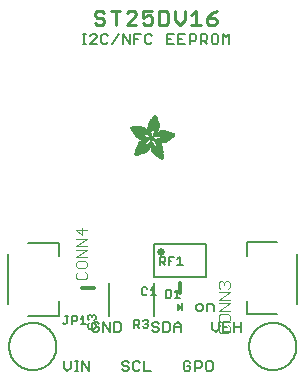
<source format=gbr>
G04 EAGLE Gerber RS-274X export*
G75*
%MOMM*%
%FSLAX34Y34*%
%LPD*%
%INSilkscreen Top*%
%IPPOS*%
%AMOC8*
5,1,8,0,0,1.08239X$1,22.5*%
G01*
%ADD10C,0.152400*%
%ADD11C,0.228600*%
%ADD12C,0.127000*%
%ADD13C,0.304800*%
%ADD14C,0.203200*%
%ADD15C,0.076200*%
%ADD16R,0.050800X0.006300*%
%ADD17R,0.082600X0.006400*%
%ADD18R,0.120600X0.006300*%
%ADD19R,0.139700X0.006400*%
%ADD20R,0.158800X0.006300*%
%ADD21R,0.177800X0.006400*%
%ADD22R,0.196800X0.006300*%
%ADD23R,0.215900X0.006400*%
%ADD24R,0.228600X0.006300*%
%ADD25R,0.241300X0.006400*%
%ADD26R,0.254000X0.006300*%
%ADD27R,0.266700X0.006400*%
%ADD28R,0.279400X0.006300*%
%ADD29R,0.285700X0.006400*%
%ADD30R,0.298400X0.006300*%
%ADD31R,0.311200X0.006400*%
%ADD32R,0.317500X0.006300*%
%ADD33R,0.330200X0.006400*%
%ADD34R,0.336600X0.006300*%
%ADD35R,0.349200X0.006400*%
%ADD36R,0.361900X0.006300*%
%ADD37R,0.368300X0.006400*%
%ADD38R,0.381000X0.006300*%
%ADD39R,0.387300X0.006400*%
%ADD40R,0.393700X0.006300*%
%ADD41R,0.406400X0.006400*%
%ADD42R,0.412700X0.006300*%
%ADD43R,0.419100X0.006400*%
%ADD44R,0.431800X0.006300*%
%ADD45R,0.438100X0.006400*%
%ADD46R,0.450800X0.006300*%
%ADD47R,0.457200X0.006400*%
%ADD48R,0.463500X0.006300*%
%ADD49R,0.476200X0.006400*%
%ADD50R,0.482600X0.006300*%
%ADD51R,0.488900X0.006400*%
%ADD52R,0.501600X0.006300*%
%ADD53R,0.508000X0.006400*%
%ADD54R,0.514300X0.006300*%
%ADD55R,0.527000X0.006400*%
%ADD56R,0.533400X0.006300*%
%ADD57R,0.546100X0.006400*%
%ADD58R,0.552400X0.006300*%
%ADD59R,0.558800X0.006400*%
%ADD60R,0.571500X0.006300*%
%ADD61R,0.577800X0.006400*%
%ADD62R,0.584200X0.006300*%
%ADD63R,0.596900X0.006400*%
%ADD64R,0.603200X0.006300*%
%ADD65R,0.609600X0.006400*%
%ADD66R,0.622300X0.006300*%
%ADD67R,0.628600X0.006400*%
%ADD68R,0.641300X0.006300*%
%ADD69R,0.647700X0.006400*%
%ADD70R,0.063500X0.006300*%
%ADD71R,0.654000X0.006300*%
%ADD72R,0.101600X0.006400*%
%ADD73R,0.666700X0.006400*%
%ADD74R,0.139700X0.006300*%
%ADD75R,0.673100X0.006300*%
%ADD76R,0.165100X0.006400*%
%ADD77R,0.679400X0.006400*%
%ADD78R,0.196900X0.006300*%
%ADD79R,0.692100X0.006300*%
%ADD80R,0.222200X0.006400*%
%ADD81R,0.698500X0.006400*%
%ADD82R,0.247700X0.006300*%
%ADD83R,0.704800X0.006300*%
%ADD84R,0.279400X0.006400*%
%ADD85R,0.717500X0.006400*%
%ADD86R,0.298500X0.006300*%
%ADD87R,0.723900X0.006300*%
%ADD88R,0.736600X0.006400*%
%ADD89R,0.342900X0.006300*%
%ADD90R,0.742900X0.006300*%
%ADD91R,0.374700X0.006400*%
%ADD92R,0.749300X0.006400*%
%ADD93R,0.762000X0.006300*%
%ADD94R,0.412700X0.006400*%
%ADD95R,0.768300X0.006400*%
%ADD96R,0.438100X0.006300*%
%ADD97R,0.774700X0.006300*%
%ADD98R,0.463600X0.006400*%
%ADD99R,0.787400X0.006400*%
%ADD100R,0.793700X0.006300*%
%ADD101R,0.495300X0.006400*%
%ADD102R,0.800100X0.006400*%
%ADD103R,0.520700X0.006300*%
%ADD104R,0.812800X0.006300*%
%ADD105R,0.533400X0.006400*%
%ADD106R,0.819100X0.006400*%
%ADD107R,0.558800X0.006300*%
%ADD108R,0.825500X0.006300*%
%ADD109R,0.577900X0.006400*%
%ADD110R,0.831800X0.006400*%
%ADD111R,0.596900X0.006300*%
%ADD112R,0.844500X0.006300*%
%ADD113R,0.616000X0.006400*%
%ADD114R,0.850900X0.006400*%
%ADD115R,0.635000X0.006300*%
%ADD116R,0.857200X0.006300*%
%ADD117R,0.654100X0.006400*%
%ADD118R,0.863600X0.006400*%
%ADD119R,0.666700X0.006300*%
%ADD120R,0.869900X0.006300*%
%ADD121R,0.685800X0.006400*%
%ADD122R,0.876300X0.006400*%
%ADD123R,0.882600X0.006300*%
%ADD124R,0.723900X0.006400*%
%ADD125R,0.889000X0.006400*%
%ADD126R,0.895300X0.006300*%
%ADD127R,0.755700X0.006400*%
%ADD128R,0.901700X0.006400*%
%ADD129R,0.908000X0.006300*%
%ADD130R,0.793800X0.006400*%
%ADD131R,0.914400X0.006400*%
%ADD132R,0.806400X0.006300*%
%ADD133R,0.920700X0.006300*%
%ADD134R,0.825500X0.006400*%
%ADD135R,0.927100X0.006400*%
%ADD136R,0.933400X0.006300*%
%ADD137R,0.857300X0.006400*%
%ADD138R,0.939800X0.006400*%
%ADD139R,0.870000X0.006300*%
%ADD140R,0.939800X0.006300*%
%ADD141R,0.946100X0.006400*%
%ADD142R,0.952500X0.006300*%
%ADD143R,0.908000X0.006400*%
%ADD144R,0.958800X0.006400*%
%ADD145R,0.965200X0.006300*%
%ADD146R,0.965200X0.006400*%
%ADD147R,0.971500X0.006300*%
%ADD148R,0.952500X0.006400*%
%ADD149R,0.977900X0.006400*%
%ADD150R,0.958800X0.006300*%
%ADD151R,0.984200X0.006300*%
%ADD152R,0.971500X0.006400*%
%ADD153R,0.984200X0.006400*%
%ADD154R,0.990600X0.006300*%
%ADD155R,0.984300X0.006400*%
%ADD156R,0.996900X0.006400*%
%ADD157R,0.997000X0.006300*%
%ADD158R,0.996900X0.006300*%
%ADD159R,1.003300X0.006400*%
%ADD160R,1.016000X0.006300*%
%ADD161R,1.009600X0.006300*%
%ADD162R,1.016000X0.006400*%
%ADD163R,1.009600X0.006400*%
%ADD164R,1.022300X0.006300*%
%ADD165R,1.028700X0.006400*%
%ADD166R,1.035100X0.006300*%
%ADD167R,1.047800X0.006400*%
%ADD168R,1.054100X0.006300*%
%ADD169R,1.028700X0.006300*%
%ADD170R,1.054100X0.006400*%
%ADD171R,1.035000X0.006400*%
%ADD172R,1.060400X0.006300*%
%ADD173R,1.035000X0.006300*%
%ADD174R,1.060500X0.006400*%
%ADD175R,1.041400X0.006400*%
%ADD176R,1.066800X0.006300*%
%ADD177R,1.041400X0.006300*%
%ADD178R,1.079500X0.006400*%
%ADD179R,1.047700X0.006400*%
%ADD180R,1.085900X0.006300*%
%ADD181R,1.047700X0.006300*%
%ADD182R,1.085800X0.006400*%
%ADD183R,1.092200X0.006300*%
%ADD184R,1.085900X0.006400*%
%ADD185R,1.098600X0.006300*%
%ADD186R,1.098600X0.006400*%
%ADD187R,1.060400X0.006400*%
%ADD188R,1.104900X0.006300*%
%ADD189R,1.104900X0.006400*%
%ADD190R,1.066800X0.006400*%
%ADD191R,1.111200X0.006300*%
%ADD192R,1.117600X0.006400*%
%ADD193R,1.117600X0.006300*%
%ADD194R,1.073100X0.006300*%
%ADD195R,1.073100X0.006400*%
%ADD196R,1.124000X0.006300*%
%ADD197R,1.079500X0.006300*%
%ADD198R,1.123900X0.006400*%
%ADD199R,1.130300X0.006300*%
%ADD200R,1.130300X0.006400*%
%ADD201R,1.136700X0.006400*%
%ADD202R,1.136700X0.006300*%
%ADD203R,1.085800X0.006300*%
%ADD204R,1.136600X0.006400*%
%ADD205R,1.136600X0.006300*%
%ADD206R,1.143000X0.006400*%
%ADD207R,1.143000X0.006300*%
%ADD208R,1.149400X0.006300*%
%ADD209R,1.149300X0.006300*%
%ADD210R,1.149300X0.006400*%
%ADD211R,1.149400X0.006400*%
%ADD212R,1.155700X0.006400*%
%ADD213R,1.155700X0.006300*%
%ADD214R,1.060500X0.006300*%
%ADD215R,2.197100X0.006400*%
%ADD216R,2.197100X0.006300*%
%ADD217R,2.184400X0.006300*%
%ADD218R,2.184400X0.006400*%
%ADD219R,2.171700X0.006400*%
%ADD220R,2.171700X0.006300*%
%ADD221R,1.530300X0.006400*%
%ADD222R,1.505000X0.006300*%
%ADD223R,1.492300X0.006400*%
%ADD224R,1.485900X0.006300*%
%ADD225R,0.565200X0.006300*%
%ADD226R,1.473200X0.006400*%
%ADD227R,0.565200X0.006400*%
%ADD228R,1.460500X0.006300*%
%ADD229R,1.454100X0.006400*%
%ADD230R,0.552400X0.006400*%
%ADD231R,1.441500X0.006300*%
%ADD232R,0.546100X0.006300*%
%ADD233R,1.435100X0.006400*%
%ADD234R,0.539800X0.006400*%
%ADD235R,1.428800X0.006300*%
%ADD236R,1.422400X0.006400*%
%ADD237R,1.409700X0.006300*%
%ADD238R,0.527100X0.006300*%
%ADD239R,1.403300X0.006400*%
%ADD240R,0.527100X0.006400*%
%ADD241R,1.390700X0.006300*%
%ADD242R,1.384300X0.006400*%
%ADD243R,0.520700X0.006400*%
%ADD244R,1.384300X0.006300*%
%ADD245R,0.514400X0.006300*%
%ADD246R,1.371600X0.006400*%
%ADD247R,1.365200X0.006300*%
%ADD248R,0.508000X0.006300*%
%ADD249R,1.352600X0.006400*%
%ADD250R,0.501700X0.006400*%
%ADD251R,0.711200X0.006300*%
%ADD252R,0.603300X0.006300*%
%ADD253R,0.501700X0.006300*%
%ADD254R,0.692100X0.006400*%
%ADD255R,0.571500X0.006400*%
%ADD256R,0.679400X0.006300*%
%ADD257R,0.495300X0.006300*%
%ADD258R,0.673100X0.006400*%
%ADD259R,0.666800X0.006300*%
%ADD260R,0.488900X0.006300*%
%ADD261R,0.660400X0.006400*%
%ADD262R,0.482600X0.006400*%
%ADD263R,0.476200X0.006300*%
%ADD264R,0.654000X0.006400*%
%ADD265R,0.469900X0.006400*%
%ADD266R,0.476300X0.006400*%
%ADD267R,0.647700X0.006300*%
%ADD268R,0.457200X0.006300*%
%ADD269R,0.469900X0.006300*%
%ADD270R,0.641300X0.006400*%
%ADD271R,0.444500X0.006400*%
%ADD272R,0.463600X0.006300*%
%ADD273R,0.635000X0.006400*%
%ADD274R,0.463500X0.006400*%
%ADD275R,0.393700X0.006400*%
%ADD276R,0.450800X0.006400*%
%ADD277R,0.628600X0.006300*%
%ADD278R,0.387400X0.006300*%
%ADD279R,0.450900X0.006300*%
%ADD280R,0.628700X0.006400*%
%ADD281R,0.374600X0.006400*%
%ADD282R,0.368300X0.006300*%
%ADD283R,0.438200X0.006300*%
%ADD284R,0.622300X0.006400*%
%ADD285R,0.355600X0.006400*%
%ADD286R,0.431800X0.006400*%
%ADD287R,0.349300X0.006300*%
%ADD288R,0.425400X0.006300*%
%ADD289R,0.615900X0.006300*%
%ADD290R,0.330200X0.006300*%
%ADD291R,0.419100X0.006300*%
%ADD292R,0.616000X0.006300*%
%ADD293R,0.311200X0.006300*%
%ADD294R,0.406400X0.006300*%
%ADD295R,0.615900X0.006400*%
%ADD296R,0.304800X0.006400*%
%ADD297R,0.158800X0.006400*%
%ADD298R,0.609600X0.006300*%
%ADD299R,0.292100X0.006300*%
%ADD300R,0.235000X0.006300*%
%ADD301R,0.387400X0.006400*%
%ADD302R,0.292100X0.006400*%
%ADD303R,0.336500X0.006300*%
%ADD304R,0.260400X0.006300*%
%ADD305R,0.603300X0.006400*%
%ADD306R,0.260400X0.006400*%
%ADD307R,0.362000X0.006400*%
%ADD308R,0.450900X0.006400*%
%ADD309R,0.355600X0.006300*%
%ADD310R,0.342900X0.006400*%
%ADD311R,0.514300X0.006400*%
%ADD312R,0.234900X0.006300*%
%ADD313R,0.539700X0.006300*%
%ADD314R,0.603200X0.006400*%
%ADD315R,0.234900X0.006400*%
%ADD316R,0.920700X0.006400*%
%ADD317R,0.958900X0.006400*%
%ADD318R,0.215900X0.006300*%
%ADD319R,0.209600X0.006400*%
%ADD320R,0.203200X0.006300*%
%ADD321R,1.003300X0.006300*%
%ADD322R,0.203200X0.006400*%
%ADD323R,0.196900X0.006400*%
%ADD324R,0.190500X0.006300*%
%ADD325R,0.190500X0.006400*%
%ADD326R,0.184200X0.006300*%
%ADD327R,0.590500X0.006400*%
%ADD328R,0.184200X0.006400*%
%ADD329R,0.590500X0.006300*%
%ADD330R,0.177800X0.006300*%
%ADD331R,0.584200X0.006400*%
%ADD332R,1.168400X0.006400*%
%ADD333R,0.171500X0.006300*%
%ADD334R,1.187500X0.006300*%
%ADD335R,1.200100X0.006400*%
%ADD336R,0.577800X0.006300*%
%ADD337R,1.212900X0.006300*%
%ADD338R,1.231900X0.006400*%
%ADD339R,1.250900X0.006300*%
%ADD340R,0.565100X0.006400*%
%ADD341R,0.184100X0.006400*%
%ADD342R,1.263700X0.006400*%
%ADD343R,0.565100X0.006300*%
%ADD344R,1.289100X0.006300*%
%ADD345R,1.314400X0.006400*%
%ADD346R,0.552500X0.006300*%
%ADD347R,1.568500X0.006300*%
%ADD348R,0.552500X0.006400*%
%ADD349R,1.581200X0.006400*%
%ADD350R,1.593800X0.006300*%
%ADD351R,1.606500X0.006400*%
%ADD352R,1.619300X0.006300*%
%ADD353R,0.514400X0.006400*%
%ADD354R,1.638300X0.006400*%
%ADD355R,1.657300X0.006300*%
%ADD356R,2.209800X0.006400*%
%ADD357R,2.425700X0.006300*%
%ADD358R,2.470100X0.006400*%
%ADD359R,2.501900X0.006300*%
%ADD360R,2.533700X0.006400*%
%ADD361R,2.559000X0.006300*%
%ADD362R,2.584500X0.006400*%
%ADD363R,2.609900X0.006300*%
%ADD364R,2.628900X0.006400*%
%ADD365R,2.660600X0.006300*%
%ADD366R,2.673400X0.006400*%
%ADD367R,1.422400X0.006300*%
%ADD368R,1.200200X0.006300*%
%ADD369R,1.365300X0.006300*%
%ADD370R,1.365300X0.006400*%
%ADD371R,1.352500X0.006300*%
%ADD372R,1.098500X0.006300*%
%ADD373R,1.358900X0.006400*%
%ADD374R,1.352600X0.006300*%
%ADD375R,1.358900X0.006300*%
%ADD376R,1.371600X0.006300*%
%ADD377R,1.377900X0.006400*%
%ADD378R,1.397000X0.006400*%
%ADD379R,1.403300X0.006300*%
%ADD380R,0.914400X0.006300*%
%ADD381R,0.876300X0.006300*%
%ADD382R,0.374600X0.006300*%
%ADD383R,1.073200X0.006400*%
%ADD384R,0.374700X0.006300*%
%ADD385R,0.844600X0.006400*%
%ADD386R,0.844600X0.006300*%
%ADD387R,0.831900X0.006400*%
%ADD388R,1.092200X0.006400*%
%ADD389R,0.400000X0.006300*%
%ADD390R,0.819200X0.006400*%
%ADD391R,1.111300X0.006400*%
%ADD392R,0.812800X0.006400*%
%ADD393R,0.800100X0.006300*%
%ADD394R,0.476300X0.006300*%
%ADD395R,1.181100X0.006300*%
%ADD396R,0.501600X0.006400*%
%ADD397R,1.193800X0.006400*%
%ADD398R,0.781000X0.006400*%
%ADD399R,1.238200X0.006400*%
%ADD400R,0.781100X0.006300*%
%ADD401R,1.257300X0.006300*%
%ADD402R,1.295400X0.006400*%
%ADD403R,1.333500X0.006300*%
%ADD404R,0.774700X0.006400*%
%ADD405R,1.866900X0.006400*%
%ADD406R,0.209600X0.006300*%
%ADD407R,1.866900X0.006300*%
%ADD408R,0.768400X0.006400*%
%ADD409R,0.209500X0.006400*%
%ADD410R,1.860600X0.006400*%
%ADD411R,0.762000X0.006400*%
%ADD412R,0.768400X0.006300*%
%ADD413R,1.860600X0.006300*%
%ADD414R,1.860500X0.006400*%
%ADD415R,0.222300X0.006300*%
%ADD416R,1.854200X0.006300*%
%ADD417R,0.235000X0.006400*%
%ADD418R,1.854200X0.006400*%
%ADD419R,0.768300X0.006300*%
%ADD420R,0.260300X0.006400*%
%ADD421R,1.847800X0.006400*%
%ADD422R,0.266700X0.006300*%
%ADD423R,1.847800X0.006300*%
%ADD424R,0.273100X0.006400*%
%ADD425R,1.841500X0.006400*%
%ADD426R,0.285800X0.006300*%
%ADD427R,1.841500X0.006300*%
%ADD428R,0.298500X0.006400*%
%ADD429R,1.835100X0.006400*%
%ADD430R,0.781000X0.006300*%
%ADD431R,0.304800X0.006300*%
%ADD432R,1.835100X0.006300*%
%ADD433R,0.317500X0.006400*%
%ADD434R,1.828800X0.006400*%
%ADD435R,0.787400X0.006300*%
%ADD436R,0.323800X0.006300*%
%ADD437R,1.828800X0.006300*%
%ADD438R,0.793700X0.006400*%
%ADD439R,1.822400X0.006400*%
%ADD440R,0.806500X0.006300*%
%ADD441R,1.822400X0.006300*%
%ADD442R,1.816100X0.006400*%
%ADD443R,0.819100X0.006300*%
%ADD444R,0.387300X0.006300*%
%ADD445R,1.816100X0.006300*%
%ADD446R,1.809800X0.006400*%
%ADD447R,1.803400X0.006300*%
%ADD448R,1.797000X0.006400*%
%ADD449R,0.901700X0.006300*%
%ADD450R,1.797000X0.006300*%
%ADD451R,1.441400X0.006400*%
%ADD452R,1.790700X0.006400*%
%ADD453R,1.447800X0.006300*%
%ADD454R,1.784300X0.006300*%
%ADD455R,1.447800X0.006400*%
%ADD456R,1.784300X0.006400*%
%ADD457R,1.454100X0.006300*%
%ADD458R,1.771700X0.006300*%
%ADD459R,1.460500X0.006400*%
%ADD460R,1.759000X0.006400*%
%ADD461R,1.466800X0.006300*%
%ADD462R,1.752600X0.006300*%
%ADD463R,1.466800X0.006400*%
%ADD464R,1.739900X0.006400*%
%ADD465R,1.473200X0.006300*%
%ADD466R,1.727200X0.006300*%
%ADD467R,1.479500X0.006400*%
%ADD468R,1.714500X0.006400*%
%ADD469R,1.695400X0.006300*%
%ADD470R,1.485900X0.006400*%
%ADD471R,1.682700X0.006400*%
%ADD472R,1.492200X0.006300*%
%ADD473R,1.663700X0.006300*%
%ADD474R,1.498600X0.006400*%
%ADD475R,1.644600X0.006400*%
%ADD476R,1.498600X0.006300*%
%ADD477R,1.619200X0.006300*%
%ADD478R,1.511300X0.006400*%
%ADD479R,1.600200X0.006400*%
%ADD480R,1.517700X0.006300*%
%ADD481R,1.574800X0.006300*%
%ADD482R,1.524000X0.006400*%
%ADD483R,1.555800X0.006400*%
%ADD484R,1.524000X0.006300*%
%ADD485R,1.536700X0.006300*%
%ADD486R,1.530400X0.006400*%
%ADD487R,1.517700X0.006400*%
%ADD488R,1.492300X0.006300*%
%ADD489R,1.549400X0.006400*%
%ADD490R,1.479600X0.006400*%
%ADD491R,1.549400X0.006300*%
%ADD492R,1.555700X0.006400*%
%ADD493R,1.562100X0.006300*%
%ADD494R,0.323900X0.006300*%
%ADD495R,1.568400X0.006400*%
%ADD496R,0.336600X0.006400*%
%ADD497R,1.587500X0.006300*%
%ADD498R,0.971600X0.006300*%
%ADD499R,0.349300X0.006400*%
%ADD500R,1.600200X0.006300*%
%ADD501R,0.920800X0.006300*%
%ADD502R,0.882700X0.006400*%
%ADD503R,1.612900X0.006300*%
%ADD504R,0.362000X0.006300*%
%ADD505R,1.625600X0.006400*%
%ADD506R,1.625600X0.006300*%
%ADD507R,1.644600X0.006300*%
%ADD508R,0.736600X0.006300*%
%ADD509R,0.717600X0.006400*%
%ADD510R,1.657400X0.006300*%
%ADD511R,0.679500X0.006300*%
%ADD512R,1.663700X0.006400*%
%ADD513R,0.400000X0.006400*%
%ADD514R,1.676400X0.006300*%
%ADD515R,1.676400X0.006400*%
%ADD516R,0.425500X0.006400*%
%ADD517R,1.352500X0.006400*%
%ADD518R,0.444500X0.006300*%
%ADD519R,0.361900X0.006400*%
%ADD520R,0.088900X0.006300*%
%ADD521R,1.009700X0.006300*%
%ADD522R,1.009700X0.006400*%
%ADD523R,1.022300X0.006400*%
%ADD524R,1.346200X0.006400*%
%ADD525R,1.346200X0.006300*%
%ADD526R,1.339900X0.006400*%
%ADD527R,1.035100X0.006400*%
%ADD528R,1.339800X0.006300*%
%ADD529R,1.333500X0.006400*%
%ADD530R,1.327200X0.006400*%
%ADD531R,1.320800X0.006300*%
%ADD532R,1.314500X0.006400*%
%ADD533R,1.314400X0.006300*%
%ADD534R,1.301700X0.006400*%
%ADD535R,1.295400X0.006300*%
%ADD536R,1.289000X0.006400*%
%ADD537R,1.276300X0.006300*%
%ADD538R,1.251000X0.006300*%
%ADD539R,1.244600X0.006400*%
%ADD540R,1.231900X0.006300*%
%ADD541R,1.212800X0.006400*%
%ADD542R,1.200100X0.006300*%
%ADD543R,1.187400X0.006400*%
%ADD544R,1.168400X0.006300*%
%ADD545R,1.047800X0.006300*%
%ADD546R,0.977900X0.006300*%
%ADD547R,0.946200X0.006400*%
%ADD548R,0.933400X0.006400*%
%ADD549R,0.895300X0.006400*%
%ADD550R,0.882700X0.006300*%
%ADD551R,0.863600X0.006300*%
%ADD552R,0.857200X0.006400*%
%ADD553R,0.850900X0.006300*%
%ADD554R,0.838200X0.006300*%
%ADD555R,0.806500X0.006400*%
%ADD556R,0.717600X0.006300*%
%ADD557R,0.711200X0.006400*%
%ADD558R,0.641400X0.006400*%
%ADD559R,0.641400X0.006300*%
%ADD560R,0.628700X0.006300*%
%ADD561R,0.590600X0.006300*%
%ADD562R,0.539700X0.006400*%
%ADD563R,0.285700X0.006300*%
%ADD564R,0.222200X0.006300*%
%ADD565R,0.171400X0.006300*%
%ADD566R,0.152400X0.006400*%
%ADD567R,0.133400X0.006300*%
%ADD568R,0.127000X0.762000*%
%ADD569C,0.650000*%

G36*
X148151Y55126D02*
X148151Y55126D01*
X148180Y55125D01*
X148270Y55152D01*
X148362Y55172D01*
X148387Y55187D01*
X148416Y55196D01*
X148558Y55286D01*
X151733Y57826D01*
X151802Y57903D01*
X151875Y57976D01*
X151884Y57994D01*
X151897Y58008D01*
X151939Y58104D01*
X151985Y58196D01*
X151987Y58216D01*
X151995Y58234D01*
X152004Y58337D01*
X152018Y58440D01*
X152014Y58459D01*
X152016Y58479D01*
X151991Y58580D01*
X151972Y58682D01*
X151962Y58699D01*
X151958Y58718D01*
X151902Y58806D01*
X151851Y58896D01*
X151834Y58913D01*
X151826Y58926D01*
X151801Y58946D01*
X151733Y59014D01*
X148558Y61554D01*
X148532Y61569D01*
X148510Y61590D01*
X148425Y61629D01*
X148343Y61675D01*
X148314Y61681D01*
X148287Y61693D01*
X148194Y61703D01*
X148102Y61721D01*
X148072Y61717D01*
X148043Y61720D01*
X147951Y61700D01*
X147858Y61688D01*
X147831Y61674D01*
X147802Y61668D01*
X147722Y61620D01*
X147638Y61578D01*
X147617Y61557D01*
X147591Y61542D01*
X147530Y61470D01*
X147464Y61404D01*
X147451Y61378D01*
X147431Y61355D01*
X147396Y61268D01*
X147354Y61184D01*
X147350Y61154D01*
X147339Y61127D01*
X147321Y60960D01*
X147321Y55880D01*
X147326Y55851D01*
X147323Y55821D01*
X147345Y55730D01*
X147361Y55637D01*
X147374Y55611D01*
X147381Y55582D01*
X147432Y55503D01*
X147476Y55420D01*
X147497Y55399D01*
X147513Y55374D01*
X147586Y55315D01*
X147654Y55251D01*
X147681Y55238D01*
X147704Y55219D01*
X147792Y55186D01*
X147877Y55147D01*
X147907Y55144D01*
X147934Y55133D01*
X148028Y55130D01*
X148121Y55120D01*
X148151Y55126D01*
G37*
D10*
X51788Y13215D02*
X51788Y7453D01*
X54670Y4572D01*
X57551Y7453D01*
X57551Y13215D01*
X61144Y4572D02*
X64025Y4572D01*
X62584Y4572D02*
X62584Y13215D01*
X61144Y13215D02*
X64025Y13215D01*
X67380Y13215D02*
X67380Y4572D01*
X73143Y4572D02*
X67380Y13215D01*
X73143Y13215D02*
X73143Y4572D01*
X81391Y44795D02*
X79951Y46235D01*
X77070Y46235D01*
X75629Y44795D01*
X75629Y39033D01*
X77070Y37592D01*
X79951Y37592D01*
X81391Y39033D01*
X81391Y41914D01*
X78510Y41914D01*
X84984Y46235D02*
X84984Y37592D01*
X90747Y37592D02*
X84984Y46235D01*
X90747Y46235D02*
X90747Y37592D01*
X94340Y37592D02*
X94340Y46235D01*
X94340Y37592D02*
X98661Y37592D01*
X100102Y39033D01*
X100102Y44795D01*
X98661Y46235D01*
X94340Y46235D01*
X105351Y13215D02*
X106791Y11775D01*
X105351Y13215D02*
X102470Y13215D01*
X101029Y11775D01*
X101029Y10334D01*
X102470Y8894D01*
X105351Y8894D01*
X106791Y7453D01*
X106791Y6013D01*
X105351Y4572D01*
X102470Y4572D01*
X101029Y6013D01*
X114706Y13215D02*
X116147Y11775D01*
X114706Y13215D02*
X111825Y13215D01*
X110384Y11775D01*
X110384Y6013D01*
X111825Y4572D01*
X114706Y4572D01*
X116147Y6013D01*
X119740Y4572D02*
X119740Y13215D01*
X119740Y4572D02*
X125502Y4572D01*
X132191Y44795D02*
X130751Y46235D01*
X127870Y46235D01*
X126429Y44795D01*
X126429Y43354D01*
X127870Y41914D01*
X130751Y41914D01*
X132191Y40473D01*
X132191Y39033D01*
X130751Y37592D01*
X127870Y37592D01*
X126429Y39033D01*
X135784Y37592D02*
X135784Y46235D01*
X135784Y37592D02*
X140106Y37592D01*
X141547Y39033D01*
X141547Y44795D01*
X140106Y46235D01*
X135784Y46235D01*
X145140Y43354D02*
X145140Y37592D01*
X145140Y43354D02*
X148021Y46235D01*
X150902Y43354D01*
X150902Y37592D01*
X150902Y41914D02*
X145140Y41914D01*
X157421Y13215D02*
X158861Y11775D01*
X157421Y13215D02*
X154540Y13215D01*
X153099Y11775D01*
X153099Y6013D01*
X154540Y4572D01*
X157421Y4572D01*
X158861Y6013D01*
X158861Y8894D01*
X155980Y8894D01*
X162454Y13215D02*
X162454Y4572D01*
X162454Y13215D02*
X166776Y13215D01*
X168217Y11775D01*
X168217Y8894D01*
X166776Y7453D01*
X162454Y7453D01*
X173250Y13215D02*
X176131Y13215D01*
X173250Y13215D02*
X171810Y11775D01*
X171810Y6013D01*
X173250Y4572D01*
X176131Y4572D01*
X177572Y6013D01*
X177572Y11775D01*
X176131Y13215D01*
X177229Y40473D02*
X177229Y46235D01*
X177229Y40473D02*
X180110Y37592D01*
X182991Y40473D01*
X182991Y46235D01*
X186584Y46235D02*
X192347Y46235D01*
X186584Y46235D02*
X186584Y37592D01*
X192347Y37592D01*
X189466Y41914D02*
X186584Y41914D01*
X195940Y46235D02*
X195940Y37592D01*
X195940Y41914D02*
X201702Y41914D01*
X201702Y46235D02*
X201702Y37592D01*
D11*
X85997Y307688D02*
X83921Y309764D01*
X79769Y309764D01*
X77693Y307688D01*
X77693Y305611D01*
X79769Y303535D01*
X83921Y303535D01*
X85997Y301459D01*
X85997Y299383D01*
X83921Y297307D01*
X79769Y297307D01*
X77693Y299383D01*
X95410Y297307D02*
X95410Y309764D01*
X91258Y309764D02*
X99562Y309764D01*
X104823Y297307D02*
X113127Y297307D01*
X104823Y297307D02*
X113127Y305611D01*
X113127Y307688D01*
X111051Y309764D01*
X106899Y309764D01*
X104823Y307688D01*
X118388Y309764D02*
X126692Y309764D01*
X118388Y309764D02*
X118388Y303535D01*
X122540Y305611D01*
X124616Y305611D01*
X126692Y303535D01*
X126692Y299383D01*
X124616Y297307D01*
X120464Y297307D01*
X118388Y299383D01*
X131953Y297307D02*
X131953Y309764D01*
X131953Y297307D02*
X138181Y297307D01*
X140257Y299383D01*
X140257Y307688D01*
X138181Y309764D01*
X131953Y309764D01*
X145518Y309764D02*
X145518Y301459D01*
X149670Y297307D01*
X153822Y301459D01*
X153822Y309764D01*
X159083Y305611D02*
X163235Y309764D01*
X163235Y297307D01*
X159083Y297307D02*
X167387Y297307D01*
X176800Y307688D02*
X180953Y309764D01*
X176800Y307688D02*
X172648Y303535D01*
X172648Y299383D01*
X174724Y297307D01*
X178876Y297307D01*
X180953Y299383D01*
X180953Y301459D01*
X178876Y303535D01*
X172648Y303535D01*
D10*
X70526Y281432D02*
X67645Y281432D01*
X69085Y281432D02*
X69085Y290075D01*
X67645Y290075D02*
X70526Y290075D01*
X73882Y281432D02*
X79644Y281432D01*
X73882Y281432D02*
X79644Y287194D01*
X79644Y288635D01*
X78203Y290075D01*
X75322Y290075D01*
X73882Y288635D01*
X87559Y290075D02*
X88999Y288635D01*
X87559Y290075D02*
X84677Y290075D01*
X83237Y288635D01*
X83237Y282873D01*
X84677Y281432D01*
X87559Y281432D01*
X88999Y282873D01*
X92592Y281432D02*
X98354Y290075D01*
X101947Y290075D02*
X101947Y281432D01*
X107709Y281432D02*
X101947Y290075D01*
X107709Y290075D02*
X107709Y281432D01*
X111302Y281432D02*
X111302Y290075D01*
X117065Y290075D01*
X114184Y285754D02*
X111302Y285754D01*
X124979Y290075D02*
X126420Y288635D01*
X124979Y290075D02*
X122098Y290075D01*
X120658Y288635D01*
X120658Y282873D01*
X122098Y281432D01*
X124979Y281432D01*
X126420Y282873D01*
X139368Y290075D02*
X145130Y290075D01*
X139368Y290075D02*
X139368Y281432D01*
X145130Y281432D01*
X142249Y285754D02*
X139368Y285754D01*
X148723Y290075D02*
X154485Y290075D01*
X148723Y290075D02*
X148723Y281432D01*
X154485Y281432D01*
X151604Y285754D02*
X148723Y285754D01*
X158078Y290075D02*
X158078Y281432D01*
X158078Y290075D02*
X162400Y290075D01*
X163841Y288635D01*
X163841Y285754D01*
X162400Y284313D01*
X158078Y284313D01*
X167434Y281432D02*
X167434Y290075D01*
X171755Y290075D01*
X173196Y288635D01*
X173196Y285754D01*
X171755Y284313D01*
X167434Y284313D01*
X170315Y284313D02*
X173196Y281432D01*
X178229Y290075D02*
X181110Y290075D01*
X178229Y290075D02*
X176789Y288635D01*
X176789Y282873D01*
X178229Y281432D01*
X181110Y281432D01*
X182551Y282873D01*
X182551Y288635D01*
X181110Y290075D01*
X186144Y290075D02*
X186144Y281432D01*
X189025Y287194D02*
X186144Y290075D01*
X189025Y287194D02*
X191906Y290075D01*
X191906Y281432D01*
D12*
X167983Y55245D02*
X165018Y55245D01*
X167983Y55245D02*
X169466Y56728D01*
X169466Y59694D01*
X167983Y61177D01*
X165018Y61177D01*
X163535Y59694D01*
X163535Y56728D01*
X165018Y55245D01*
X172890Y55245D02*
X172890Y61177D01*
X177339Y61177D01*
X178822Y59694D01*
X178822Y55245D01*
D13*
X77470Y74930D02*
X67310Y74930D01*
D10*
X72978Y44810D02*
X71876Y43709D01*
X71876Y41505D01*
X72978Y40404D01*
X77384Y40404D01*
X78486Y41505D01*
X78486Y43709D01*
X77384Y44810D01*
X72978Y47888D02*
X71876Y48989D01*
X71876Y51193D01*
X72978Y52294D01*
X74080Y52294D01*
X75181Y51193D01*
X75181Y50091D01*
X75181Y51193D02*
X76283Y52294D01*
X77384Y52294D01*
X78486Y51193D01*
X78486Y48989D01*
X77384Y47888D01*
D13*
X149860Y70930D02*
X149860Y78930D01*
D10*
X122280Y74342D02*
X121179Y75444D01*
X118975Y75444D01*
X117874Y74342D01*
X117874Y69936D01*
X118975Y68834D01*
X121179Y68834D01*
X122280Y69936D01*
X125358Y73240D02*
X127561Y75444D01*
X127561Y68834D01*
X125358Y68834D02*
X129764Y68834D01*
D14*
X90220Y78770D02*
X90220Y50770D01*
X128220Y50770D02*
X128220Y78770D01*
D10*
X111014Y48014D02*
X111014Y41404D01*
X111014Y48014D02*
X114319Y48014D01*
X115420Y46912D01*
X115420Y44709D01*
X114319Y43607D01*
X111014Y43607D01*
X113217Y43607D02*
X115420Y41404D01*
X118498Y46912D02*
X119599Y48014D01*
X121803Y48014D01*
X122904Y46912D01*
X122904Y45810D01*
X121803Y44709D01*
X120701Y44709D01*
X121803Y44709D02*
X122904Y43607D01*
X122904Y42506D01*
X121803Y41404D01*
X119599Y41404D01*
X118498Y42506D01*
X51902Y44450D02*
X50800Y45552D01*
X51902Y44450D02*
X53003Y44450D01*
X54105Y45552D01*
X54105Y51060D01*
X55206Y51060D02*
X53003Y51060D01*
X58284Y51060D02*
X58284Y44450D01*
X58284Y51060D02*
X61589Y51060D01*
X62691Y49958D01*
X62691Y47755D01*
X61589Y46653D01*
X58284Y46653D01*
X65768Y48856D02*
X67972Y51060D01*
X67972Y44450D01*
X70175Y44450D02*
X65768Y44450D01*
X206460Y52550D02*
X232460Y52550D01*
X206460Y52550D02*
X206460Y63550D01*
X206460Y101550D02*
X206460Y113550D01*
X232460Y113550D01*
X249460Y103550D02*
X249460Y61550D01*
D15*
X184241Y43202D02*
X182673Y41634D01*
X182673Y38499D01*
X184241Y36931D01*
X190511Y36931D01*
X192079Y38499D01*
X192079Y41634D01*
X190511Y43202D01*
X182673Y47854D02*
X182673Y50989D01*
X182673Y47854D02*
X184241Y46286D01*
X190511Y46286D01*
X192079Y47854D01*
X192079Y50989D01*
X190511Y52557D01*
X184241Y52557D01*
X182673Y50989D01*
X182673Y55641D02*
X192079Y55641D01*
X192079Y61912D02*
X182673Y55641D01*
X182673Y61912D02*
X192079Y61912D01*
X192079Y64997D02*
X182673Y64997D01*
X192079Y71267D01*
X182673Y71267D01*
X184241Y74352D02*
X182673Y75919D01*
X182673Y79055D01*
X184241Y80622D01*
X185808Y80622D01*
X187376Y79055D01*
X187376Y77487D01*
X187376Y79055D02*
X188944Y80622D01*
X190511Y80622D01*
X192079Y79055D01*
X192079Y75919D01*
X190511Y74352D01*
D10*
X47540Y112550D02*
X21540Y112550D01*
X47540Y112550D02*
X47540Y101550D01*
X47540Y63550D02*
X47540Y51550D01*
X21540Y51550D01*
X4540Y61550D02*
X4540Y103550D01*
D15*
X61913Y86858D02*
X63481Y88426D01*
X61913Y86858D02*
X61913Y83723D01*
X63481Y82155D01*
X69751Y82155D01*
X71319Y83723D01*
X71319Y86858D01*
X69751Y88426D01*
X61913Y93078D02*
X61913Y96213D01*
X61913Y93078D02*
X63481Y91510D01*
X69751Y91510D01*
X71319Y93078D01*
X71319Y96213D01*
X69751Y97781D01*
X63481Y97781D01*
X61913Y96213D01*
X61913Y100865D02*
X71319Y100865D01*
X71319Y107136D02*
X61913Y100865D01*
X61913Y107136D02*
X71319Y107136D01*
X71319Y110221D02*
X61913Y110221D01*
X71319Y116491D01*
X61913Y116491D01*
X61913Y124279D02*
X71319Y124279D01*
X66616Y119576D02*
X61913Y124279D01*
X66616Y125846D02*
X66616Y119576D01*
D14*
X5400Y25400D02*
X5406Y25891D01*
X5424Y26381D01*
X5454Y26871D01*
X5496Y27360D01*
X5550Y27848D01*
X5616Y28335D01*
X5694Y28819D01*
X5784Y29302D01*
X5886Y29782D01*
X5999Y30260D01*
X6124Y30734D01*
X6261Y31206D01*
X6409Y31674D01*
X6569Y32138D01*
X6740Y32598D01*
X6922Y33054D01*
X7116Y33505D01*
X7320Y33951D01*
X7536Y34392D01*
X7762Y34828D01*
X7998Y35258D01*
X8245Y35682D01*
X8503Y36100D01*
X8771Y36511D01*
X9048Y36916D01*
X9336Y37314D01*
X9633Y37705D01*
X9940Y38088D01*
X10256Y38463D01*
X10581Y38831D01*
X10915Y39191D01*
X11258Y39542D01*
X11609Y39885D01*
X11969Y40219D01*
X12337Y40544D01*
X12712Y40860D01*
X13095Y41167D01*
X13486Y41464D01*
X13884Y41752D01*
X14289Y42029D01*
X14700Y42297D01*
X15118Y42555D01*
X15542Y42802D01*
X15972Y43038D01*
X16408Y43264D01*
X16849Y43480D01*
X17295Y43684D01*
X17746Y43878D01*
X18202Y44060D01*
X18662Y44231D01*
X19126Y44391D01*
X19594Y44539D01*
X20066Y44676D01*
X20540Y44801D01*
X21018Y44914D01*
X21498Y45016D01*
X21981Y45106D01*
X22465Y45184D01*
X22952Y45250D01*
X23440Y45304D01*
X23929Y45346D01*
X24419Y45376D01*
X24909Y45394D01*
X25400Y45400D01*
X25891Y45394D01*
X26381Y45376D01*
X26871Y45346D01*
X27360Y45304D01*
X27848Y45250D01*
X28335Y45184D01*
X28819Y45106D01*
X29302Y45016D01*
X29782Y44914D01*
X30260Y44801D01*
X30734Y44676D01*
X31206Y44539D01*
X31674Y44391D01*
X32138Y44231D01*
X32598Y44060D01*
X33054Y43878D01*
X33505Y43684D01*
X33951Y43480D01*
X34392Y43264D01*
X34828Y43038D01*
X35258Y42802D01*
X35682Y42555D01*
X36100Y42297D01*
X36511Y42029D01*
X36916Y41752D01*
X37314Y41464D01*
X37705Y41167D01*
X38088Y40860D01*
X38463Y40544D01*
X38831Y40219D01*
X39191Y39885D01*
X39542Y39542D01*
X39885Y39191D01*
X40219Y38831D01*
X40544Y38463D01*
X40860Y38088D01*
X41167Y37705D01*
X41464Y37314D01*
X41752Y36916D01*
X42029Y36511D01*
X42297Y36100D01*
X42555Y35682D01*
X42802Y35258D01*
X43038Y34828D01*
X43264Y34392D01*
X43480Y33951D01*
X43684Y33505D01*
X43878Y33054D01*
X44060Y32598D01*
X44231Y32138D01*
X44391Y31674D01*
X44539Y31206D01*
X44676Y30734D01*
X44801Y30260D01*
X44914Y29782D01*
X45016Y29302D01*
X45106Y28819D01*
X45184Y28335D01*
X45250Y27848D01*
X45304Y27360D01*
X45346Y26871D01*
X45376Y26381D01*
X45394Y25891D01*
X45400Y25400D01*
X45394Y24909D01*
X45376Y24419D01*
X45346Y23929D01*
X45304Y23440D01*
X45250Y22952D01*
X45184Y22465D01*
X45106Y21981D01*
X45016Y21498D01*
X44914Y21018D01*
X44801Y20540D01*
X44676Y20066D01*
X44539Y19594D01*
X44391Y19126D01*
X44231Y18662D01*
X44060Y18202D01*
X43878Y17746D01*
X43684Y17295D01*
X43480Y16849D01*
X43264Y16408D01*
X43038Y15972D01*
X42802Y15542D01*
X42555Y15118D01*
X42297Y14700D01*
X42029Y14289D01*
X41752Y13884D01*
X41464Y13486D01*
X41167Y13095D01*
X40860Y12712D01*
X40544Y12337D01*
X40219Y11969D01*
X39885Y11609D01*
X39542Y11258D01*
X39191Y10915D01*
X38831Y10581D01*
X38463Y10256D01*
X38088Y9940D01*
X37705Y9633D01*
X37314Y9336D01*
X36916Y9048D01*
X36511Y8771D01*
X36100Y8503D01*
X35682Y8245D01*
X35258Y7998D01*
X34828Y7762D01*
X34392Y7536D01*
X33951Y7320D01*
X33505Y7116D01*
X33054Y6922D01*
X32598Y6740D01*
X32138Y6569D01*
X31674Y6409D01*
X31206Y6261D01*
X30734Y6124D01*
X30260Y5999D01*
X29782Y5886D01*
X29302Y5784D01*
X28819Y5694D01*
X28335Y5616D01*
X27848Y5550D01*
X27360Y5496D01*
X26871Y5454D01*
X26381Y5424D01*
X25891Y5406D01*
X25400Y5400D01*
X24909Y5406D01*
X24419Y5424D01*
X23929Y5454D01*
X23440Y5496D01*
X22952Y5550D01*
X22465Y5616D01*
X21981Y5694D01*
X21498Y5784D01*
X21018Y5886D01*
X20540Y5999D01*
X20066Y6124D01*
X19594Y6261D01*
X19126Y6409D01*
X18662Y6569D01*
X18202Y6740D01*
X17746Y6922D01*
X17295Y7116D01*
X16849Y7320D01*
X16408Y7536D01*
X15972Y7762D01*
X15542Y7998D01*
X15118Y8245D01*
X14700Y8503D01*
X14289Y8771D01*
X13884Y9048D01*
X13486Y9336D01*
X13095Y9633D01*
X12712Y9940D01*
X12337Y10256D01*
X11969Y10581D01*
X11609Y10915D01*
X11258Y11258D01*
X10915Y11609D01*
X10581Y11969D01*
X10256Y12337D01*
X9940Y12712D01*
X9633Y13095D01*
X9336Y13486D01*
X9048Y13884D01*
X8771Y14289D01*
X8503Y14700D01*
X8245Y15118D01*
X7998Y15542D01*
X7762Y15972D01*
X7536Y16408D01*
X7320Y16849D01*
X7116Y17295D01*
X6922Y17746D01*
X6740Y18202D01*
X6569Y18662D01*
X6409Y19126D01*
X6261Y19594D01*
X6124Y20066D01*
X5999Y20540D01*
X5886Y21018D01*
X5784Y21498D01*
X5694Y21981D01*
X5616Y22465D01*
X5550Y22952D01*
X5496Y23440D01*
X5454Y23929D01*
X5424Y24419D01*
X5406Y24909D01*
X5400Y25400D01*
X208600Y25400D02*
X208606Y25891D01*
X208624Y26381D01*
X208654Y26871D01*
X208696Y27360D01*
X208750Y27848D01*
X208816Y28335D01*
X208894Y28819D01*
X208984Y29302D01*
X209086Y29782D01*
X209199Y30260D01*
X209324Y30734D01*
X209461Y31206D01*
X209609Y31674D01*
X209769Y32138D01*
X209940Y32598D01*
X210122Y33054D01*
X210316Y33505D01*
X210520Y33951D01*
X210736Y34392D01*
X210962Y34828D01*
X211198Y35258D01*
X211445Y35682D01*
X211703Y36100D01*
X211971Y36511D01*
X212248Y36916D01*
X212536Y37314D01*
X212833Y37705D01*
X213140Y38088D01*
X213456Y38463D01*
X213781Y38831D01*
X214115Y39191D01*
X214458Y39542D01*
X214809Y39885D01*
X215169Y40219D01*
X215537Y40544D01*
X215912Y40860D01*
X216295Y41167D01*
X216686Y41464D01*
X217084Y41752D01*
X217489Y42029D01*
X217900Y42297D01*
X218318Y42555D01*
X218742Y42802D01*
X219172Y43038D01*
X219608Y43264D01*
X220049Y43480D01*
X220495Y43684D01*
X220946Y43878D01*
X221402Y44060D01*
X221862Y44231D01*
X222326Y44391D01*
X222794Y44539D01*
X223266Y44676D01*
X223740Y44801D01*
X224218Y44914D01*
X224698Y45016D01*
X225181Y45106D01*
X225665Y45184D01*
X226152Y45250D01*
X226640Y45304D01*
X227129Y45346D01*
X227619Y45376D01*
X228109Y45394D01*
X228600Y45400D01*
X229091Y45394D01*
X229581Y45376D01*
X230071Y45346D01*
X230560Y45304D01*
X231048Y45250D01*
X231535Y45184D01*
X232019Y45106D01*
X232502Y45016D01*
X232982Y44914D01*
X233460Y44801D01*
X233934Y44676D01*
X234406Y44539D01*
X234874Y44391D01*
X235338Y44231D01*
X235798Y44060D01*
X236254Y43878D01*
X236705Y43684D01*
X237151Y43480D01*
X237592Y43264D01*
X238028Y43038D01*
X238458Y42802D01*
X238882Y42555D01*
X239300Y42297D01*
X239711Y42029D01*
X240116Y41752D01*
X240514Y41464D01*
X240905Y41167D01*
X241288Y40860D01*
X241663Y40544D01*
X242031Y40219D01*
X242391Y39885D01*
X242742Y39542D01*
X243085Y39191D01*
X243419Y38831D01*
X243744Y38463D01*
X244060Y38088D01*
X244367Y37705D01*
X244664Y37314D01*
X244952Y36916D01*
X245229Y36511D01*
X245497Y36100D01*
X245755Y35682D01*
X246002Y35258D01*
X246238Y34828D01*
X246464Y34392D01*
X246680Y33951D01*
X246884Y33505D01*
X247078Y33054D01*
X247260Y32598D01*
X247431Y32138D01*
X247591Y31674D01*
X247739Y31206D01*
X247876Y30734D01*
X248001Y30260D01*
X248114Y29782D01*
X248216Y29302D01*
X248306Y28819D01*
X248384Y28335D01*
X248450Y27848D01*
X248504Y27360D01*
X248546Y26871D01*
X248576Y26381D01*
X248594Y25891D01*
X248600Y25400D01*
X248594Y24909D01*
X248576Y24419D01*
X248546Y23929D01*
X248504Y23440D01*
X248450Y22952D01*
X248384Y22465D01*
X248306Y21981D01*
X248216Y21498D01*
X248114Y21018D01*
X248001Y20540D01*
X247876Y20066D01*
X247739Y19594D01*
X247591Y19126D01*
X247431Y18662D01*
X247260Y18202D01*
X247078Y17746D01*
X246884Y17295D01*
X246680Y16849D01*
X246464Y16408D01*
X246238Y15972D01*
X246002Y15542D01*
X245755Y15118D01*
X245497Y14700D01*
X245229Y14289D01*
X244952Y13884D01*
X244664Y13486D01*
X244367Y13095D01*
X244060Y12712D01*
X243744Y12337D01*
X243419Y11969D01*
X243085Y11609D01*
X242742Y11258D01*
X242391Y10915D01*
X242031Y10581D01*
X241663Y10256D01*
X241288Y9940D01*
X240905Y9633D01*
X240514Y9336D01*
X240116Y9048D01*
X239711Y8771D01*
X239300Y8503D01*
X238882Y8245D01*
X238458Y7998D01*
X238028Y7762D01*
X237592Y7536D01*
X237151Y7320D01*
X236705Y7116D01*
X236254Y6922D01*
X235798Y6740D01*
X235338Y6569D01*
X234874Y6409D01*
X234406Y6261D01*
X233934Y6124D01*
X233460Y5999D01*
X232982Y5886D01*
X232502Y5784D01*
X232019Y5694D01*
X231535Y5616D01*
X231048Y5550D01*
X230560Y5496D01*
X230071Y5454D01*
X229581Y5424D01*
X229091Y5406D01*
X228600Y5400D01*
X228109Y5406D01*
X227619Y5424D01*
X227129Y5454D01*
X226640Y5496D01*
X226152Y5550D01*
X225665Y5616D01*
X225181Y5694D01*
X224698Y5784D01*
X224218Y5886D01*
X223740Y5999D01*
X223266Y6124D01*
X222794Y6261D01*
X222326Y6409D01*
X221862Y6569D01*
X221402Y6740D01*
X220946Y6922D01*
X220495Y7116D01*
X220049Y7320D01*
X219608Y7536D01*
X219172Y7762D01*
X218742Y7998D01*
X218318Y8245D01*
X217900Y8503D01*
X217489Y8771D01*
X217084Y9048D01*
X216686Y9336D01*
X216295Y9633D01*
X215912Y9940D01*
X215537Y10256D01*
X215169Y10581D01*
X214809Y10915D01*
X214458Y11258D01*
X214115Y11609D01*
X213781Y11969D01*
X213456Y12337D01*
X213140Y12712D01*
X212833Y13095D01*
X212536Y13486D01*
X212248Y13884D01*
X211971Y14289D01*
X211703Y14700D01*
X211445Y15118D01*
X211198Y15542D01*
X210962Y15972D01*
X210736Y16408D01*
X210520Y16849D01*
X210316Y17295D01*
X210122Y17746D01*
X209940Y18202D01*
X209769Y18662D01*
X209609Y19126D01*
X209461Y19594D01*
X209324Y20066D01*
X209199Y20540D01*
X209086Y21018D01*
X208984Y21498D01*
X208894Y21981D01*
X208816Y22465D01*
X208750Y22952D01*
X208696Y23440D01*
X208654Y23929D01*
X208624Y24419D01*
X208606Y24909D01*
X208600Y25400D01*
D16*
X134588Y183071D03*
D17*
X134620Y183134D03*
D18*
X134620Y183198D03*
D19*
X134589Y183261D03*
D20*
X134620Y183325D03*
D21*
X134588Y183388D03*
D22*
X134620Y183452D03*
D23*
X134589Y183515D03*
D24*
X134588Y183579D03*
D25*
X134525Y183642D03*
D26*
X134525Y183706D03*
D27*
X134462Y183769D03*
D28*
X134461Y183833D03*
D29*
X134430Y183896D03*
D30*
X134366Y183960D03*
D31*
X134366Y184023D03*
D32*
X134335Y184087D03*
D33*
X134271Y184150D03*
D34*
X134239Y184214D03*
D35*
X134239Y184277D03*
D36*
X134176Y184341D03*
D37*
X134144Y184404D03*
D38*
X134080Y184468D03*
D39*
X134049Y184531D03*
D40*
X134017Y184595D03*
D41*
X133953Y184658D03*
D42*
X133922Y184722D03*
D43*
X133890Y184785D03*
D44*
X133826Y184849D03*
D45*
X133795Y184912D03*
D46*
X133731Y184976D03*
D47*
X133699Y185039D03*
D48*
X133668Y185103D03*
D49*
X133604Y185166D03*
D50*
X133572Y185230D03*
D51*
X133541Y185293D03*
D52*
X133477Y185357D03*
D53*
X133445Y185420D03*
D54*
X133414Y185484D03*
D55*
X133350Y185547D03*
D56*
X133318Y185611D03*
D57*
X133255Y185674D03*
D58*
X133223Y185738D03*
D59*
X133191Y185801D03*
D60*
X133128Y185865D03*
D61*
X133096Y185928D03*
D62*
X133064Y185992D03*
D63*
X133001Y186055D03*
D64*
X132969Y186119D03*
D65*
X132937Y186182D03*
D66*
X132874Y186246D03*
D67*
X132842Y186309D03*
D68*
X132779Y186373D03*
D69*
X132747Y186436D03*
D70*
X112935Y186500D03*
D71*
X132715Y186500D03*
D72*
X112935Y186563D03*
D73*
X132652Y186563D03*
D74*
X112999Y186627D03*
D75*
X132620Y186627D03*
D76*
X113062Y186690D03*
D77*
X132588Y186690D03*
D78*
X113094Y186754D03*
D79*
X132525Y186754D03*
D80*
X113157Y186817D03*
D81*
X132493Y186817D03*
D82*
X113221Y186881D03*
D83*
X132461Y186881D03*
D84*
X113316Y186944D03*
D85*
X132398Y186944D03*
D86*
X113348Y187008D03*
D87*
X132366Y187008D03*
D33*
X113443Y187071D03*
D88*
X132302Y187071D03*
D89*
X113507Y187135D03*
D90*
X132271Y187135D03*
D91*
X113602Y187198D03*
D92*
X132239Y187198D03*
D40*
X113697Y187262D03*
D93*
X132175Y187262D03*
D94*
X113729Y187325D03*
D95*
X132144Y187325D03*
D96*
X113856Y187389D03*
D97*
X132112Y187389D03*
D98*
X113919Y187452D03*
D99*
X132048Y187452D03*
D50*
X114014Y187516D03*
D100*
X132017Y187516D03*
D101*
X114078Y187579D03*
D102*
X131985Y187579D03*
D103*
X114205Y187643D03*
D104*
X131921Y187643D03*
D105*
X114268Y187706D03*
D106*
X131890Y187706D03*
D107*
X114395Y187770D03*
D108*
X131858Y187770D03*
D109*
X114491Y187833D03*
D110*
X131826Y187833D03*
D111*
X114586Y187897D03*
D112*
X131763Y187897D03*
D113*
X114681Y187960D03*
D114*
X131731Y187960D03*
D115*
X114776Y188024D03*
D116*
X131699Y188024D03*
D117*
X114872Y188087D03*
D118*
X131667Y188087D03*
D119*
X114999Y188151D03*
D120*
X131636Y188151D03*
D121*
X115094Y188214D03*
D122*
X131604Y188214D03*
D83*
X115189Y188278D03*
D123*
X131572Y188278D03*
D124*
X115285Y188341D03*
D125*
X131540Y188341D03*
D90*
X115380Y188405D03*
D126*
X131509Y188405D03*
D127*
X115507Y188468D03*
D128*
X131477Y188468D03*
D97*
X115602Y188532D03*
D129*
X131445Y188532D03*
D130*
X115697Y188595D03*
D131*
X131413Y188595D03*
D132*
X115824Y188659D03*
D133*
X131382Y188659D03*
D134*
X115920Y188722D03*
D135*
X131350Y188722D03*
D112*
X116015Y188786D03*
D136*
X131318Y188786D03*
D137*
X116142Y188849D03*
D138*
X131286Y188849D03*
D139*
X116205Y188913D03*
D140*
X131286Y188913D03*
D125*
X116300Y188976D03*
D141*
X131255Y188976D03*
D126*
X116396Y189040D03*
D142*
X131223Y189040D03*
D143*
X116459Y189103D03*
D144*
X131191Y189103D03*
D133*
X116523Y189167D03*
D145*
X131159Y189167D03*
D135*
X116618Y189230D03*
D146*
X131159Y189230D03*
D140*
X116681Y189294D03*
D147*
X131128Y189294D03*
D148*
X116745Y189357D03*
D149*
X131096Y189357D03*
D150*
X116840Y189421D03*
D151*
X131064Y189421D03*
D152*
X116904Y189484D03*
D153*
X131064Y189484D03*
D151*
X116967Y189548D03*
D154*
X131032Y189548D03*
D155*
X117031Y189611D03*
D156*
X131001Y189611D03*
D157*
X117094Y189675D03*
D158*
X131001Y189675D03*
D159*
X117126Y189738D03*
X130969Y189738D03*
D160*
X117189Y189802D03*
D161*
X130937Y189802D03*
D162*
X117253Y189865D03*
D163*
X130937Y189865D03*
D164*
X117285Y189929D03*
D160*
X130905Y189929D03*
D165*
X117380Y189992D03*
D162*
X130905Y189992D03*
D166*
X117412Y190056D03*
D164*
X130874Y190056D03*
D167*
X117475Y190119D03*
D165*
X130842Y190119D03*
D168*
X117507Y190183D03*
D169*
X130842Y190183D03*
D170*
X117571Y190246D03*
D171*
X130810Y190246D03*
D172*
X117602Y190310D03*
D173*
X130810Y190310D03*
D174*
X117666Y190373D03*
D175*
X130778Y190373D03*
D176*
X117697Y190437D03*
D177*
X130778Y190437D03*
D178*
X117761Y190500D03*
D179*
X130747Y190500D03*
D180*
X117793Y190564D03*
D181*
X130747Y190564D03*
D182*
X117856Y190627D03*
D170*
X130715Y190627D03*
D183*
X117888Y190691D03*
D168*
X130715Y190691D03*
D184*
X117920Y190754D03*
D170*
X130715Y190754D03*
D185*
X117983Y190818D03*
D172*
X130683Y190818D03*
D186*
X117983Y190881D03*
D187*
X130683Y190881D03*
D188*
X118015Y190945D03*
D176*
X130651Y190945D03*
D189*
X118079Y191008D03*
D190*
X130651Y191008D03*
D191*
X118110Y191072D03*
D176*
X130651Y191072D03*
D192*
X118142Y191135D03*
D190*
X130651Y191135D03*
D193*
X118205Y191199D03*
D194*
X130620Y191199D03*
D192*
X118205Y191262D03*
D195*
X130620Y191262D03*
D196*
X118237Y191326D03*
D197*
X130588Y191326D03*
D198*
X118301Y191389D03*
D178*
X130588Y191389D03*
D199*
X118333Y191453D03*
D197*
X130588Y191453D03*
D200*
X118333Y191516D03*
D178*
X130588Y191516D03*
D199*
X118396Y191580D03*
D197*
X130588Y191580D03*
D201*
X118428Y191643D03*
D182*
X130556Y191643D03*
D202*
X118428Y191707D03*
D203*
X130556Y191707D03*
D204*
X118491Y191770D03*
D178*
X130525Y191770D03*
D205*
X118491Y191834D03*
D197*
X130525Y191834D03*
D206*
X118523Y191897D03*
D184*
X130493Y191897D03*
D207*
X118586Y191961D03*
D180*
X130493Y191961D03*
D206*
X118586Y192024D03*
D184*
X130493Y192024D03*
D208*
X118618Y192088D03*
D180*
X130493Y192088D03*
D206*
X118650Y192151D03*
D184*
X130493Y192151D03*
D209*
X118682Y192215D03*
D180*
X130493Y192215D03*
D210*
X118682Y192278D03*
D184*
X130493Y192278D03*
D208*
X118745Y192342D03*
D180*
X130493Y192342D03*
D211*
X118745Y192405D03*
D184*
X130493Y192405D03*
D208*
X118745Y192469D03*
D203*
X130429Y192469D03*
D210*
X118809Y192532D03*
D182*
X130429Y192532D03*
D209*
X118809Y192596D03*
D203*
X130429Y192596D03*
D212*
X118841Y192659D03*
D182*
X130429Y192659D03*
D208*
X118872Y192723D03*
D203*
X130429Y192723D03*
D211*
X118872Y192786D03*
D182*
X130429Y192786D03*
D213*
X118904Y192850D03*
D203*
X130429Y192850D03*
D210*
X118936Y192913D03*
D182*
X130429Y192913D03*
D209*
X118936Y192977D03*
D197*
X130398Y192977D03*
D212*
X118968Y193040D03*
D178*
X130398Y193040D03*
D208*
X118999Y193104D03*
D197*
X130398Y193104D03*
D211*
X118999Y193167D03*
D178*
X130398Y193167D03*
D208*
X118999Y193231D03*
D197*
X130398Y193231D03*
D210*
X119063Y193294D03*
D195*
X130366Y193294D03*
D209*
X119063Y193358D03*
D194*
X130366Y193358D03*
D210*
X119063Y193421D03*
D190*
X130397Y193421D03*
D208*
X119126Y193485D03*
D176*
X130397Y193485D03*
D211*
X119126Y193548D03*
D190*
X130397Y193548D03*
D208*
X119126Y193612D03*
D214*
X130366Y193612D03*
D206*
X119158Y193675D03*
D174*
X130366Y193675D03*
D209*
X119190Y193739D03*
D214*
X130366Y193739D03*
D210*
X119190Y193802D03*
D170*
X130334Y193802D03*
D207*
X119221Y193866D03*
D168*
X130334Y193866D03*
D211*
X119253Y193929D03*
D170*
X130334Y193929D03*
D208*
X119253Y193993D03*
D168*
X130334Y193993D03*
D215*
X124556Y194056D03*
D216*
X124556Y194120D03*
D215*
X124556Y194183D03*
D217*
X124555Y194247D03*
D218*
X124555Y194310D03*
D217*
X124555Y194374D03*
D219*
X124556Y194437D03*
D220*
X124556Y194501D03*
D221*
X121349Y194564D03*
D63*
X132366Y194564D03*
D222*
X121285Y194628D03*
D62*
X132429Y194628D03*
D223*
X121222Y194691D03*
D61*
X132461Y194691D03*
D224*
X121190Y194755D03*
D225*
X132461Y194755D03*
D226*
X121126Y194818D03*
D227*
X132461Y194818D03*
D228*
X121127Y194882D03*
D58*
X132461Y194882D03*
D229*
X121095Y194945D03*
D230*
X132461Y194945D03*
D231*
X121095Y195009D03*
D232*
X132430Y195009D03*
D233*
X121063Y195072D03*
D234*
X132461Y195072D03*
D235*
X121031Y195136D03*
D56*
X132429Y195136D03*
D236*
X120999Y195199D03*
D105*
X132429Y195199D03*
D237*
X121000Y195263D03*
D238*
X132398Y195263D03*
D239*
X120968Y195326D03*
D240*
X132398Y195326D03*
D241*
X120968Y195390D03*
D103*
X132366Y195390D03*
D242*
X120936Y195453D03*
D243*
X132366Y195453D03*
D244*
X120936Y195517D03*
D245*
X132334Y195517D03*
D246*
X120936Y195580D03*
D53*
X132302Y195580D03*
D247*
X120904Y195644D03*
D248*
X132302Y195644D03*
D249*
X120904Y195707D03*
D250*
X132271Y195707D03*
D251*
X117697Y195771D03*
D252*
X124651Y195771D03*
D253*
X132271Y195771D03*
D254*
X117666Y195834D03*
D255*
X124746Y195834D03*
D101*
X132239Y195834D03*
D256*
X117602Y195898D03*
D232*
X124810Y195898D03*
D257*
X132176Y195898D03*
D258*
X117634Y195961D03*
D105*
X124873Y195961D03*
D51*
X132144Y195961D03*
D259*
X117602Y196025D03*
D54*
X124905Y196025D03*
D260*
X132144Y196025D03*
D261*
X117570Y196088D03*
D101*
X124937Y196088D03*
D262*
X132112Y196088D03*
D71*
X117602Y196152D03*
D50*
X125000Y196152D03*
D263*
X132080Y196152D03*
D264*
X117602Y196215D03*
D265*
X125000Y196215D03*
D266*
X132017Y196215D03*
D267*
X117634Y196279D03*
D268*
X125063Y196279D03*
D269*
X131985Y196279D03*
D270*
X117666Y196342D03*
D271*
X125064Y196342D03*
D265*
X131985Y196342D03*
D68*
X117666Y196406D03*
D44*
X125127Y196406D03*
D272*
X131953Y196406D03*
D273*
X117697Y196469D03*
D43*
X125127Y196469D03*
D274*
X131890Y196469D03*
D115*
X117697Y196533D03*
D42*
X125159Y196533D03*
D268*
X131858Y196533D03*
D67*
X117729Y196596D03*
D275*
X125191Y196596D03*
D276*
X131826Y196596D03*
D277*
X117729Y196660D03*
D278*
X125222Y196660D03*
D279*
X131763Y196660D03*
D280*
X117793Y196723D03*
D281*
X125222Y196723D03*
D271*
X131731Y196723D03*
D66*
X117825Y196787D03*
D282*
X125254Y196787D03*
D283*
X131699Y196787D03*
D284*
X117825Y196850D03*
D285*
X125254Y196850D03*
D286*
X131604Y196850D03*
D66*
X117888Y196914D03*
D287*
X125286Y196914D03*
D288*
X131572Y196914D03*
D284*
X117888Y196977D03*
D33*
X125317Y196977D03*
D43*
X131541Y196977D03*
D289*
X117920Y197041D03*
D290*
X125317Y197041D03*
D291*
X131477Y197041D03*
D113*
X117983Y197104D03*
D31*
X125349Y197104D03*
D41*
X131413Y197104D03*
D292*
X117983Y197168D03*
D293*
X125349Y197168D03*
D294*
X131350Y197168D03*
D295*
X118047Y197231D03*
D296*
X125381Y197231D03*
D275*
X131287Y197231D03*
D297*
X135255Y197231D03*
D298*
X118078Y197295D03*
D299*
X125381Y197295D03*
D40*
X131223Y197295D03*
D300*
X135255Y197295D03*
D113*
X118110Y197358D03*
D29*
X125413Y197358D03*
D301*
X131191Y197358D03*
D302*
X135287Y197358D03*
D289*
X118174Y197422D03*
D28*
X125444Y197422D03*
D38*
X131096Y197422D03*
D303*
X135319Y197422D03*
D65*
X118205Y197485D03*
D27*
X125445Y197485D03*
D281*
X131064Y197485D03*
D91*
X135319Y197485D03*
D298*
X118269Y197549D03*
D304*
X125476Y197549D03*
D282*
X130969Y197549D03*
D42*
X135319Y197549D03*
D305*
X118301Y197612D03*
D306*
X125476Y197612D03*
D307*
X130937Y197612D03*
D308*
X135319Y197612D03*
D298*
X118332Y197676D03*
D26*
X125508Y197676D03*
D309*
X130842Y197676D03*
D50*
X135287Y197676D03*
D65*
X118396Y197739D03*
D25*
X125508Y197739D03*
D310*
X130779Y197739D03*
D311*
X135319Y197739D03*
D252*
X118428Y197803D03*
D312*
X125540Y197803D03*
D89*
X130715Y197803D03*
D313*
X135319Y197803D03*
D314*
X118491Y197866D03*
D315*
X125540Y197866D03*
D316*
X133541Y197866D03*
D252*
X118555Y197930D03*
D24*
X125571Y197930D03*
D136*
X133604Y197930D03*
D314*
X118618Y197993D03*
D23*
X125572Y197993D03*
D317*
X133668Y197993D03*
D111*
X118650Y198057D03*
D318*
X125572Y198057D03*
D145*
X133699Y198057D03*
D63*
X118714Y198120D03*
D319*
X125603Y198120D03*
D153*
X133731Y198120D03*
D111*
X118777Y198184D03*
D320*
X125635Y198184D03*
D321*
X133763Y198184D03*
D63*
X118841Y198247D03*
D322*
X125635Y198247D03*
D162*
X133826Y198247D03*
D111*
X118904Y198311D03*
D78*
X125667Y198311D03*
D173*
X133858Y198311D03*
D63*
X118968Y198374D03*
D323*
X125667Y198374D03*
D167*
X133858Y198374D03*
D111*
X119031Y198438D03*
D324*
X125699Y198438D03*
D176*
X133890Y198438D03*
D63*
X119095Y198501D03*
D325*
X125699Y198501D03*
D195*
X133922Y198501D03*
D111*
X119158Y198565D03*
D326*
X125730Y198565D03*
D183*
X133953Y198565D03*
D327*
X119190Y198628D03*
D328*
X125730Y198628D03*
D189*
X133954Y198628D03*
D329*
X119317Y198692D03*
D330*
X125762Y198692D03*
D196*
X133985Y198692D03*
D331*
X119348Y198755D03*
D21*
X125762Y198755D03*
D204*
X133985Y198755D03*
D329*
X119444Y198819D03*
D330*
X125762Y198819D03*
D213*
X134017Y198819D03*
D331*
X119539Y198882D03*
D21*
X125762Y198882D03*
D332*
X134017Y198882D03*
D62*
X119602Y198946D03*
D333*
X125794Y198946D03*
D334*
X134049Y198946D03*
D109*
X119698Y199009D03*
D21*
X125825Y199009D03*
D335*
X134049Y199009D03*
D336*
X119761Y199073D03*
D330*
X125825Y199073D03*
D337*
X134049Y199073D03*
D61*
X119888Y199136D03*
D328*
X125857Y199136D03*
D338*
X134081Y199136D03*
D60*
X119984Y199200D03*
D326*
X125857Y199200D03*
D339*
X134049Y199200D03*
D340*
X120079Y199263D03*
D341*
X125921Y199263D03*
D342*
X134049Y199263D03*
D343*
X120206Y199327D03*
D78*
X125921Y199327D03*
D344*
X134049Y199327D03*
D59*
X120301Y199390D03*
D319*
X125984Y199390D03*
D345*
X133985Y199390D03*
D346*
X120460Y199454D03*
D347*
X132779Y199454D03*
D348*
X120587Y199517D03*
D349*
X132842Y199517D03*
D56*
X120745Y199581D03*
D350*
X132842Y199581D03*
D105*
X120936Y199644D03*
D351*
X132906Y199644D03*
D103*
X121063Y199708D03*
D352*
X132906Y199708D03*
D353*
X121285Y199771D03*
D354*
X132938Y199771D03*
D103*
X121508Y199835D03*
D355*
X132906Y199835D03*
D356*
X130207Y199898D03*
D357*
X129255Y199962D03*
D358*
X129096Y200025D03*
D359*
X129001Y200089D03*
D360*
X128969Y200152D03*
D361*
X128905Y200216D03*
D362*
X128842Y200279D03*
D363*
X128842Y200343D03*
D364*
X128810Y200406D03*
D365*
X128778Y200470D03*
D366*
X128778Y200533D03*
D367*
X122333Y200597D03*
D368*
X136271Y200597D03*
D242*
X122079Y200660D03*
D212*
X136557Y200660D03*
D369*
X121857Y200724D03*
D196*
X136779Y200724D03*
D370*
X121730Y200787D03*
D192*
X136938Y200787D03*
D371*
X121603Y200851D03*
D372*
X137097Y200851D03*
D373*
X121508Y200914D03*
D184*
X137224Y200914D03*
D374*
X121412Y200978D03*
D197*
X137383Y200978D03*
D373*
X121317Y201041D03*
D190*
X137509Y201041D03*
D375*
X121254Y201105D03*
D214*
X137605Y201105D03*
D246*
X121190Y201168D03*
D174*
X137732Y201168D03*
D376*
X121126Y201232D03*
D168*
X137827Y201232D03*
D377*
X121095Y201295D03*
D187*
X137922Y201295D03*
D244*
X121063Y201359D03*
D168*
X138018Y201359D03*
D378*
X120999Y201422D03*
D174*
X138113Y201422D03*
D379*
X120968Y201486D03*
D168*
X138208Y201486D03*
D138*
X118586Y201549D03*
D41*
X125952Y201549D03*
D170*
X138272Y201549D03*
D380*
X118396Y201613D03*
D40*
X126080Y201613D03*
D214*
X138367Y201613D03*
D125*
X118205Y201676D03*
D91*
X126175Y201676D03*
D187*
X138430Y201676D03*
D381*
X118079Y201740D03*
D382*
X126238Y201740D03*
D194*
X138494Y201740D03*
D118*
X117951Y201803D03*
D37*
X126270Y201803D03*
D383*
X138557Y201803D03*
D116*
X117856Y201867D03*
D384*
X126302Y201867D03*
D194*
X138621Y201867D03*
D385*
X117729Y201930D03*
D281*
X126365Y201930D03*
D182*
X138684Y201930D03*
D386*
X117602Y201994D03*
D38*
X126397Y201994D03*
D183*
X138716Y201994D03*
D387*
X117539Y202057D03*
D39*
X126429Y202057D03*
D388*
X138779Y202057D03*
D108*
X117444Y202121D03*
D389*
X126492Y202121D03*
D188*
X138843Y202121D03*
D390*
X117348Y202184D03*
D41*
X126524Y202184D03*
D391*
X138875Y202184D03*
D104*
X117253Y202248D03*
D291*
X126588Y202248D03*
D199*
X138907Y202248D03*
D392*
X117189Y202311D03*
D286*
X126651Y202311D03*
D204*
X138938Y202311D03*
D132*
X117094Y202375D03*
D96*
X126683Y202375D03*
D208*
X138938Y202375D03*
D102*
X116999Y202438D03*
D98*
X126746Y202438D03*
D332*
X138970Y202438D03*
D393*
X116936Y202502D03*
D394*
X126810Y202502D03*
D395*
X138970Y202502D03*
D130*
X116840Y202565D03*
D396*
X126873Y202565D03*
D397*
X138970Y202565D03*
D100*
X116777Y202629D03*
D54*
X126937Y202629D03*
D337*
X139002Y202629D03*
D398*
X116713Y202692D03*
D57*
X127032Y202692D03*
D399*
X138938Y202692D03*
D400*
X116650Y202756D03*
D336*
X127127Y202756D03*
D401*
X138907Y202756D03*
D398*
X116586Y202819D03*
D113*
X127254Y202819D03*
D402*
X138843Y202819D03*
D400*
X116523Y202883D03*
D24*
X125317Y202883D03*
D288*
X128651Y202883D03*
D403*
X138716Y202883D03*
D404*
X116491Y202946D03*
D23*
X125191Y202946D03*
D405*
X136113Y202946D03*
D97*
X116428Y203010D03*
D406*
X125095Y203010D03*
D407*
X136176Y203010D03*
D408*
X116332Y203073D03*
D409*
X125032Y203073D03*
D410*
X136271Y203073D03*
D97*
X116301Y203137D03*
D406*
X124968Y203137D03*
D407*
X136303Y203137D03*
D411*
X116237Y203200D03*
D23*
X124937Y203200D03*
D410*
X136398Y203200D03*
D412*
X116205Y203264D03*
D318*
X124873Y203264D03*
D413*
X136398Y203264D03*
D95*
X116142Y203327D03*
D80*
X124841Y203327D03*
D414*
X136462Y203327D03*
D412*
X116078Y203391D03*
D415*
X124778Y203391D03*
D416*
X136493Y203391D03*
D411*
X116046Y203454D03*
D417*
X124714Y203454D03*
D418*
X136557Y203454D03*
D419*
X116015Y203518D03*
D312*
X124651Y203518D03*
D416*
X136557Y203518D03*
D408*
X115951Y203581D03*
D25*
X124619Y203581D03*
D418*
X136620Y203581D03*
D93*
X115919Y203645D03*
D26*
X124555Y203645D03*
D416*
X136620Y203645D03*
D95*
X115888Y203708D03*
D420*
X124524Y203708D03*
D421*
X136652Y203708D03*
D412*
X115824Y203772D03*
D422*
X124429Y203772D03*
D423*
X136652Y203772D03*
D404*
X115793Y203835D03*
D424*
X124397Y203835D03*
D425*
X136684Y203835D03*
D97*
X115793Y203899D03*
D426*
X124333Y203899D03*
D427*
X136684Y203899D03*
D404*
X115729Y203962D03*
D428*
X124270Y203962D03*
D429*
X136716Y203962D03*
D430*
X115697Y204026D03*
D431*
X124174Y204026D03*
D432*
X136716Y204026D03*
D99*
X115665Y204089D03*
D433*
X124111Y204089D03*
D434*
X136747Y204089D03*
D435*
X115665Y204153D03*
D436*
X124079Y204153D03*
D437*
X136747Y204153D03*
D438*
X115634Y204216D03*
D310*
X123984Y204216D03*
D439*
X136779Y204216D03*
D440*
X115634Y204280D03*
D309*
X123920Y204280D03*
D441*
X136779Y204280D03*
D392*
X115602Y204343D03*
D281*
X123825Y204343D03*
D442*
X136748Y204343D03*
D443*
X115634Y204407D03*
D444*
X123762Y204407D03*
D445*
X136748Y204407D03*
D387*
X115634Y204470D03*
D41*
X123666Y204470D03*
D446*
X136779Y204470D03*
D112*
X115634Y204534D03*
D288*
X123571Y204534D03*
D447*
X136747Y204534D03*
D118*
X115729Y204597D03*
D47*
X123412Y204597D03*
D448*
X136779Y204597D03*
D449*
X115856Y204661D03*
D52*
X123190Y204661D03*
D450*
X136779Y204661D03*
D451*
X118491Y204724D03*
D452*
X136748Y204724D03*
D453*
X118459Y204788D03*
D454*
X136716Y204788D03*
D455*
X118459Y204851D03*
D456*
X136716Y204851D03*
D457*
X118428Y204915D03*
D458*
X136716Y204915D03*
D459*
X118396Y204978D03*
D460*
X136652Y204978D03*
D461*
X118364Y205042D03*
D462*
X136620Y205042D03*
D463*
X118364Y205105D03*
D464*
X136557Y205105D03*
D465*
X118332Y205169D03*
D466*
X136557Y205169D03*
D467*
X118301Y205232D03*
D468*
X136494Y205232D03*
D224*
X118269Y205296D03*
D469*
X136398Y205296D03*
D470*
X118269Y205359D03*
D471*
X136335Y205359D03*
D472*
X118237Y205423D03*
D473*
X136240Y205423D03*
D474*
X118205Y205486D03*
D475*
X136144Y205486D03*
D476*
X118205Y205550D03*
D477*
X136017Y205550D03*
D478*
X118206Y205613D03*
D479*
X135985Y205613D03*
D480*
X118174Y205677D03*
D481*
X135858Y205677D03*
D482*
X118142Y205740D03*
D483*
X135763Y205740D03*
D484*
X118142Y205804D03*
D485*
X135668Y205804D03*
D486*
X118110Y205867D03*
D487*
X135573Y205867D03*
D485*
X118079Y205931D03*
D488*
X135446Y205931D03*
D489*
X118078Y205994D03*
D490*
X135382Y205994D03*
D491*
X118078Y206058D03*
D293*
X129540Y206058D03*
D207*
X136874Y206058D03*
D492*
X118047Y206121D03*
D433*
X129572Y206121D03*
D189*
X136811Y206121D03*
D493*
X118015Y206185D03*
D494*
X129604Y206185D03*
D203*
X136779Y206185D03*
D495*
X117983Y206248D03*
D33*
X129635Y206248D03*
D170*
X136684Y206248D03*
D481*
X118015Y206312D03*
D290*
X129635Y206312D03*
D169*
X136621Y206312D03*
D349*
X117983Y206375D03*
D496*
X129667Y206375D03*
D156*
X136589Y206375D03*
D497*
X117952Y206439D03*
D89*
X129699Y206439D03*
D498*
X136525Y206439D03*
D479*
X117951Y206502D03*
D499*
X129731Y206502D03*
D138*
X136430Y206502D03*
D500*
X117951Y206566D03*
D309*
X129762Y206566D03*
D501*
X136398Y206566D03*
D351*
X117920Y206629D03*
D285*
X129762Y206629D03*
D502*
X136335Y206629D03*
D503*
X117888Y206693D03*
D504*
X129794Y206693D03*
D116*
X136271Y206693D03*
D505*
X117888Y206756D03*
D37*
X129826Y206756D03*
D387*
X136208Y206756D03*
D506*
X117888Y206820D03*
D384*
X129858Y206820D03*
D393*
X136176Y206820D03*
D354*
X117888Y206883D03*
D91*
X129858Y206883D03*
D404*
X136113Y206883D03*
D507*
X117856Y206947D03*
D38*
X129889Y206947D03*
D508*
X136049Y206947D03*
D475*
X117856Y207010D03*
D301*
X129921Y207010D03*
D509*
X136017Y207010D03*
D510*
X117856Y207074D03*
D389*
X129921Y207074D03*
D511*
X135954Y207074D03*
D512*
X117825Y207137D03*
D513*
X129921Y207137D03*
D69*
X135922Y207137D03*
D514*
X117824Y207201D03*
D294*
X129953Y207201D03*
D292*
X135890Y207201D03*
D515*
X117824Y207264D03*
D94*
X129985Y207264D03*
D327*
X135827Y207264D03*
D371*
X116142Y207328D03*
D290*
X124619Y207328D03*
D42*
X129985Y207328D03*
D232*
X135795Y207328D03*
D249*
X116078Y207391D03*
D496*
X124587Y207391D03*
D516*
X129985Y207391D03*
D243*
X135795Y207391D03*
D371*
X116015Y207455D03*
D89*
X124619Y207455D03*
D44*
X130016Y207455D03*
D263*
X135763Y207455D03*
D517*
X116015Y207518D03*
D35*
X124587Y207518D03*
D286*
X130016Y207518D03*
D271*
X135732Y207518D03*
D374*
X115951Y207582D03*
D309*
X124619Y207582D03*
D518*
X130017Y207582D03*
D294*
X135731Y207582D03*
D517*
X115888Y207645D03*
D519*
X124651Y207645D03*
D271*
X130017Y207645D03*
D499*
X135700Y207645D03*
D375*
X115856Y207709D03*
D282*
X124619Y207709D03*
D46*
X130048Y207709D03*
D299*
X135668Y207709D03*
D249*
X115824Y207772D03*
D91*
X124651Y207772D03*
D47*
X130016Y207772D03*
D319*
X135636Y207772D03*
D371*
X115761Y207836D03*
D38*
X124682Y207836D03*
D269*
X130017Y207836D03*
D520*
X135605Y207836D03*
D373*
X115729Y207899D03*
D275*
X124683Y207899D03*
D265*
X130017Y207899D03*
D374*
X115697Y207963D03*
D389*
X124714Y207963D03*
D50*
X130016Y207963D03*
D517*
X115634Y208026D03*
D41*
X124746Y208026D03*
D51*
X129985Y208026D03*
D375*
X115602Y208090D03*
D291*
X124746Y208090D03*
D257*
X129953Y208090D03*
D373*
X115539Y208153D03*
D286*
X124809Y208153D03*
D53*
X129953Y208153D03*
D371*
X115507Y208217D03*
D154*
X127540Y208217D03*
D373*
X115475Y208280D03*
D156*
X127572Y208280D03*
D375*
X115412Y208344D03*
D158*
X127572Y208344D03*
D517*
X115380Y208407D03*
D159*
X127540Y208407D03*
D374*
X115316Y208471D03*
D521*
X127572Y208471D03*
D373*
X115285Y208534D03*
D522*
X127572Y208534D03*
D375*
X115221Y208598D03*
D160*
X127540Y208598D03*
D249*
X115189Y208661D03*
D523*
X127572Y208661D03*
D371*
X115126Y208725D03*
D164*
X127572Y208725D03*
D524*
X115094Y208788D03*
D523*
X127572Y208788D03*
D525*
X115030Y208852D03*
D169*
X127540Y208852D03*
D526*
X114999Y208915D03*
D527*
X127572Y208915D03*
D528*
X114935Y208979D03*
D166*
X127572Y208979D03*
D529*
X114904Y209042D03*
D527*
X127572Y209042D03*
D403*
X114840Y209106D03*
D177*
X127540Y209106D03*
D530*
X114808Y209169D03*
D179*
X127572Y209169D03*
D531*
X114776Y209233D03*
D181*
X127572Y209233D03*
D532*
X114745Y209296D03*
D179*
X127572Y209296D03*
D533*
X114681Y209360D03*
D181*
X127572Y209360D03*
D534*
X114618Y209423D03*
D170*
X127540Y209423D03*
D535*
X114586Y209487D03*
D214*
X127572Y209487D03*
D536*
X114554Y209550D03*
D174*
X127572Y209550D03*
D537*
X114491Y209614D03*
D214*
X127572Y209614D03*
D342*
X114491Y209677D03*
D174*
X127572Y209677D03*
D538*
X114427Y209741D03*
D214*
X127572Y209741D03*
D539*
X114395Y209804D03*
D174*
X127572Y209804D03*
D540*
X114332Y209868D03*
D214*
X127572Y209868D03*
D541*
X114300Y209931D03*
D174*
X127572Y209931D03*
D542*
X114237Y209995D03*
D214*
X127572Y209995D03*
D543*
X114173Y210058D03*
D174*
X127572Y210058D03*
D544*
X114141Y210122D03*
D176*
X127603Y210122D03*
D210*
X114110Y210185D03*
D190*
X127603Y210185D03*
D199*
X114015Y210249D03*
D176*
X127603Y210249D03*
D391*
X113983Y210312D03*
D190*
X127603Y210312D03*
D203*
X113919Y210376D03*
D176*
X127603Y210376D03*
D190*
X113824Y210439D03*
X127603Y210439D03*
D177*
X113760Y210503D03*
D176*
X127603Y210503D03*
D163*
X113665Y210566D03*
D190*
X127603Y210566D03*
D147*
X113602Y210630D03*
D176*
X127603Y210630D03*
D135*
X113507Y210693D03*
D190*
X127603Y210693D03*
D381*
X113380Y210757D03*
D176*
X127603Y210757D03*
D438*
X113221Y210820D03*
D190*
X127603Y210820D03*
D176*
X127603Y210884D03*
D190*
X127603Y210947D03*
D168*
X127604Y211011D03*
D170*
X127604Y211074D03*
D168*
X127604Y211138D03*
D170*
X127604Y211201D03*
D168*
X127604Y211265D03*
D167*
X127635Y211328D03*
D545*
X127635Y211392D03*
D167*
X127635Y211455D03*
D545*
X127635Y211519D03*
D167*
X127635Y211582D03*
D177*
X127667Y211646D03*
D171*
X127635Y211709D03*
D173*
X127635Y211773D03*
D171*
X127635Y211836D03*
D169*
X127667Y211900D03*
D165*
X127667Y211963D03*
D169*
X127667Y212027D03*
D162*
X127667Y212090D03*
D160*
X127667Y212154D03*
D162*
X127667Y212217D03*
D521*
X127699Y212281D03*
D522*
X127699Y212344D03*
D321*
X127667Y212408D03*
D156*
X127699Y212471D03*
D158*
X127699Y212535D03*
D156*
X127699Y212598D03*
D154*
X127730Y212662D03*
D155*
X127699Y212725D03*
D546*
X127731Y212789D03*
D149*
X127731Y212852D03*
D147*
X127699Y212916D03*
D146*
X127730Y212979D03*
D145*
X127730Y213043D03*
D144*
X127762Y213106D03*
D142*
X127731Y213170D03*
D547*
X127762Y213233D03*
D140*
X127730Y213297D03*
D548*
X127762Y213360D03*
D136*
X127762Y213424D03*
D135*
X127794Y213487D03*
D501*
X127762Y213551D03*
D131*
X127794Y213614D03*
D380*
X127794Y213678D03*
D128*
X127794Y213741D03*
D449*
X127794Y213805D03*
D549*
X127826Y213868D03*
D550*
X127826Y213932D03*
D502*
X127826Y213995D03*
D381*
X127858Y214059D03*
D118*
X127857Y214122D03*
D551*
X127857Y214186D03*
D552*
X127889Y214249D03*
D553*
X127858Y214313D03*
D385*
X127889Y214376D03*
D554*
X127921Y214440D03*
D110*
X127889Y214503D03*
D108*
X127921Y214567D03*
D106*
X127953Y214630D03*
D440*
X127953Y214694D03*
D555*
X127953Y214757D03*
D393*
X127985Y214821D03*
D130*
X128016Y214884D03*
D430*
X128016Y214948D03*
D398*
X128016Y215011D03*
D412*
X128016Y215075D03*
D411*
X128048Y215138D03*
D93*
X128048Y215202D03*
D127*
X128080Y215265D03*
D90*
X128080Y215329D03*
D88*
X128111Y215392D03*
D508*
X128111Y215456D03*
D124*
X128112Y215519D03*
D556*
X128143Y215583D03*
D557*
X128175Y215646D03*
D83*
X128143Y215710D03*
D81*
X128175Y215773D03*
D79*
X128207Y215837D03*
D121*
X128175Y215900D03*
D511*
X128207Y215964D03*
D258*
X128239Y216027D03*
D119*
X128207Y216091D03*
D261*
X128238Y216154D03*
D71*
X128270Y216218D03*
D558*
X128270Y216281D03*
D559*
X128270Y216345D03*
D273*
X128302Y216408D03*
D560*
X128334Y216472D03*
D284*
X128302Y216535D03*
D289*
X128334Y216599D03*
D65*
X128365Y216662D03*
D111*
X128366Y216726D03*
D63*
X128366Y216789D03*
D561*
X128397Y216853D03*
D61*
X128397Y216916D03*
D60*
X128429Y216980D03*
D255*
X128429Y217043D03*
D107*
X128429Y217107D03*
D348*
X128461Y217170D03*
D346*
X128461Y217234D03*
D562*
X128461Y217297D03*
D56*
X128492Y217361D03*
D55*
X128524Y217424D03*
D103*
X128493Y217488D03*
D353*
X128524Y217551D03*
D248*
X128556Y217615D03*
D396*
X128524Y217678D03*
D257*
X128556Y217742D03*
D51*
X128588Y217805D03*
D394*
X128588Y217869D03*
D266*
X128588Y217932D03*
D269*
X128620Y217996D03*
D47*
X128619Y218059D03*
D46*
X128651Y218123D03*
D276*
X128651Y218186D03*
D518*
X128683Y218250D03*
D286*
X128683Y218313D03*
D44*
X128683Y218377D03*
D43*
X128683Y218440D03*
D42*
X128715Y218504D03*
D94*
X128715Y218567D03*
D294*
X128746Y218631D03*
D275*
X128747Y218694D03*
D278*
X128778Y218758D03*
D301*
X128778Y218821D03*
D382*
X128778Y218885D03*
D37*
X128810Y218948D03*
D282*
X128810Y219012D03*
D285*
X128810Y219075D03*
D287*
X128842Y219139D03*
D310*
X128874Y219202D03*
D303*
X128842Y219266D03*
D33*
X128873Y219329D03*
D436*
X128905Y219393D03*
D31*
X128905Y219456D03*
D293*
X128905Y219520D03*
D296*
X128937Y219583D03*
D299*
X128937Y219647D03*
D302*
X128937Y219710D03*
D563*
X128969Y219774D03*
D424*
X128969Y219837D03*
D422*
X129001Y219901D03*
D420*
X128969Y219964D03*
D26*
X129000Y220028D03*
D25*
X129001Y220091D03*
D300*
X129032Y220155D03*
D80*
X129032Y220218D03*
D564*
X129032Y220282D03*
D319*
X129032Y220345D03*
D22*
X129032Y220409D03*
D328*
X129032Y220472D03*
D565*
X129032Y220536D03*
D566*
X129064Y220599D03*
D567*
X129032Y220663D03*
D72*
X129000Y220726D03*
D70*
X129001Y220790D03*
D568*
X151892Y58420D03*
D10*
X137922Y66802D02*
X137922Y73412D01*
X137922Y66802D02*
X141227Y66802D01*
X142328Y67904D01*
X142328Y72310D01*
X141227Y73412D01*
X137922Y73412D01*
X145406Y71208D02*
X147609Y73412D01*
X147609Y66802D01*
X145406Y66802D02*
X149813Y66802D01*
D14*
X127860Y83790D02*
X171860Y83790D01*
X171860Y111790D01*
X127860Y111790D01*
X127860Y83790D01*
D569*
X133990Y105290D03*
D10*
X132842Y101352D02*
X132842Y94742D01*
X132842Y101352D02*
X136147Y101352D01*
X137248Y100250D01*
X137248Y98047D01*
X136147Y96945D01*
X132842Y96945D01*
X135045Y96945D02*
X137248Y94742D01*
X140326Y94742D02*
X140326Y101352D01*
X144733Y101352D01*
X142529Y98047D02*
X140326Y98047D01*
X147810Y99148D02*
X150014Y101352D01*
X150014Y94742D01*
X152217Y94742D02*
X147810Y94742D01*
M02*

</source>
